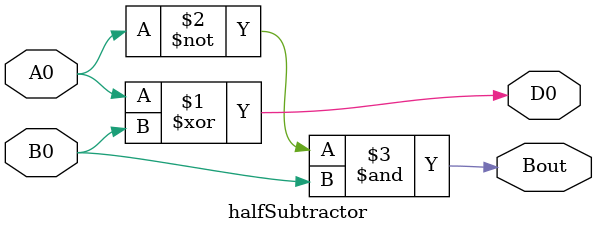
<source format=v>
module halfSubtractor (A0, B0, D0, Bout);

input wire A0, B0;
output wire D0, Bout;

assign D0=A0^B0;
assign Bout=~A0&B0;

endmodule
</source>
